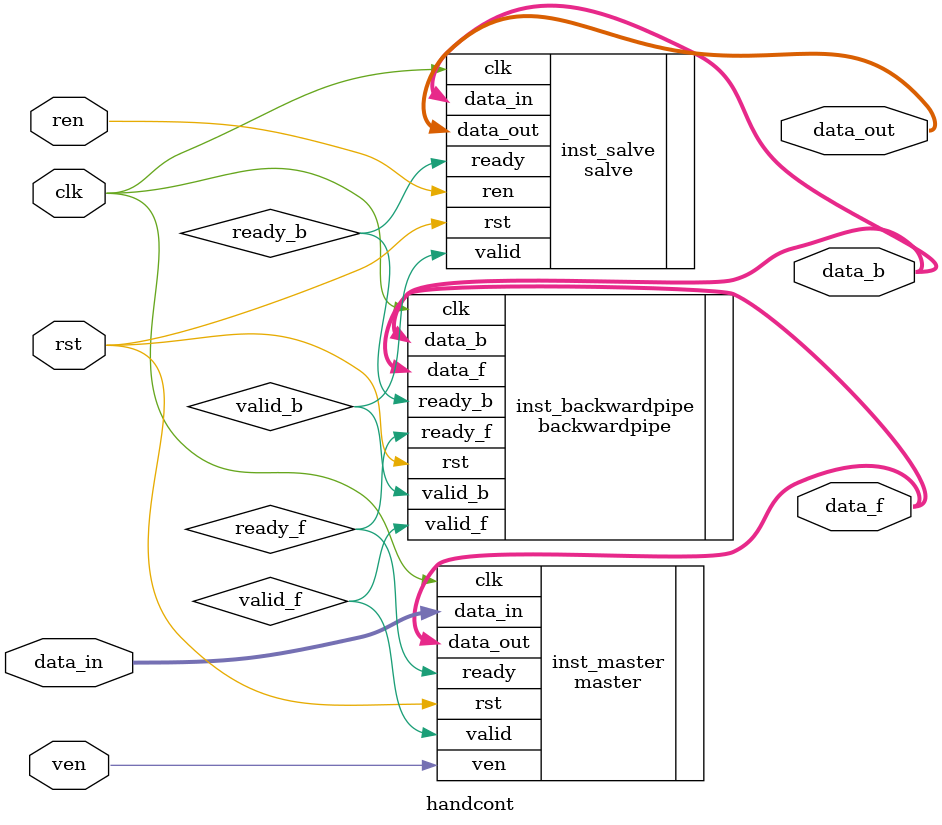
<source format=v>
`timescale 1ns / 1ps


module handcont#( parameter L = 8)(
	input clk,
	input rst,
	input ven,
	input ren,
	input [L-1:0] data_in,
	output [L-1:0] data_f,
	output [L-1:0] data_b,
	//output [L-1:0] data_m,
	output [L-1:0] data_out
	);
	
	wire ready_f;
	wire valid_f;
  
	wire valid_b;
	wire ready_b;

	wire valid_m;
	wire ready_m;
	wire [L-1:0] data_m;
//-----------------------------------------------------------------------------
/*master #(
			.L(L)
		) inst_master (
			.clk   (clk),
			.rst   (rst),
			.ven   (ven),
			.ready (ready_f),
			.valid (valid_f),
			.data_in  (data_in),
			.data_out  (data_f)
			
		);


	forwardpipe #(
			.L(L)
		)inst_forwardpipe (
			.clk     (clk),
			.rst   (rst),
			
			.ready_f (ready_f),
			.valid_f  (valid_f),
			.data_f (data_f),
			
			.ready_b (ready_m),
			.valid_b  (valid_m),
			.data_b (data_m)
		);


	backwardpipe #(
			.L(L)
		) inst_backwardpipe (
			.clk     (clk),
			.rst   (rst),
			
			.ready_f (ready_m),
			.valid_f  (valid_m),
			.data_f (data_m),
			
			.ready_b (ready_b),
			.valid_b  (valid_b),
			.data_b (data_b)
		);

	salve #(
			.L(L)
		) inst_salve (
			.clk        (clk),
			.rst        (rst),
			.ren         (ren),
			.valid    (valid_b),
			.data_in  (data_b),
			.ready    (ready_b),
			.data_out (data_out)
		);
*/
  //------------------------------------------------------------------------
/*master #(
			.L(L)
		) inst_master (
			.clk   (clk),
			.rst   (rst),
			.ven   (ven),
			.ready (ready_m),
			.valid (valid_m),
			.data_in  (data_in),
			.data_out  (data_m)
			
		);
		salve #(
			.L(L)
		) inst_salve (
			.clk        (clk),
			.rst        (rst),
			.ren         (ren),
			.valid    (valid_m),
			.data_in  (data_m),
			.ready    (ready_m),
			.data_out (data_out)
		);
*/
  //------------------------------------------------------------------------
  //Q2
/*master #(
			.L(L)
		) inst_master (
			.clk   (clk),
			.rst   (rst),
			.ven   (ven),
			.ready (ready_f),
			.valid (valid_f),
			.data_in  (data_in),
			.data_out  (data_f)
			
		);
			forwardpipe #(
			.L(L)
		)inst_forwardpipe (
			.clk     (clk),
			.rst   (rst),
			
			.ready_f (ready_f),
			.valid_f  (valid_f),
			.data_f (data_f),
			
			.ready_b (ready_b),
			.valid_b  (valid_b),
			.data_b (data_b)
		);
		salve #(
			.L(L)
		) inst_salve (
			.clk        (clk),
			.rst        (rst),
			.ren         (ren),
			.valid    (valid_b),
			.data_in  (data_b),
			.ready    (ready_b),
			.data_out (data_out)
		);*/
		 //------------------------------------------------------------------------
  //Q4
master #(
			.L(L)
		) inst_master (
			.clk   (clk),
			.rst   (rst),
			.ven   (ven),
			.ready (ready_f),
			.valid (valid_f),
			.data_in  (data_in),
			.data_out  (data_f)
			
		);
		backwardpipe #(
			.L(L)
		) inst_backwardpipe (
			.clk     (clk),
			.rst   (rst),
			
			.ready_f (ready_f),
			.valid_f  (valid_f),
			.data_f (data_f),
			
			.ready_b (ready_b),
			.valid_b  (valid_b),
			.data_b (data_b));
			
		salve #(
			.L(L)
		) inst_salve (
			.clk        (clk),
			.rst        (rst),
			.ren         (ren),
			.valid    (valid_b),
			.data_in  (data_b),
			.ready    (ready_b),
			.data_out (data_out)
		);
endmodule

</source>
